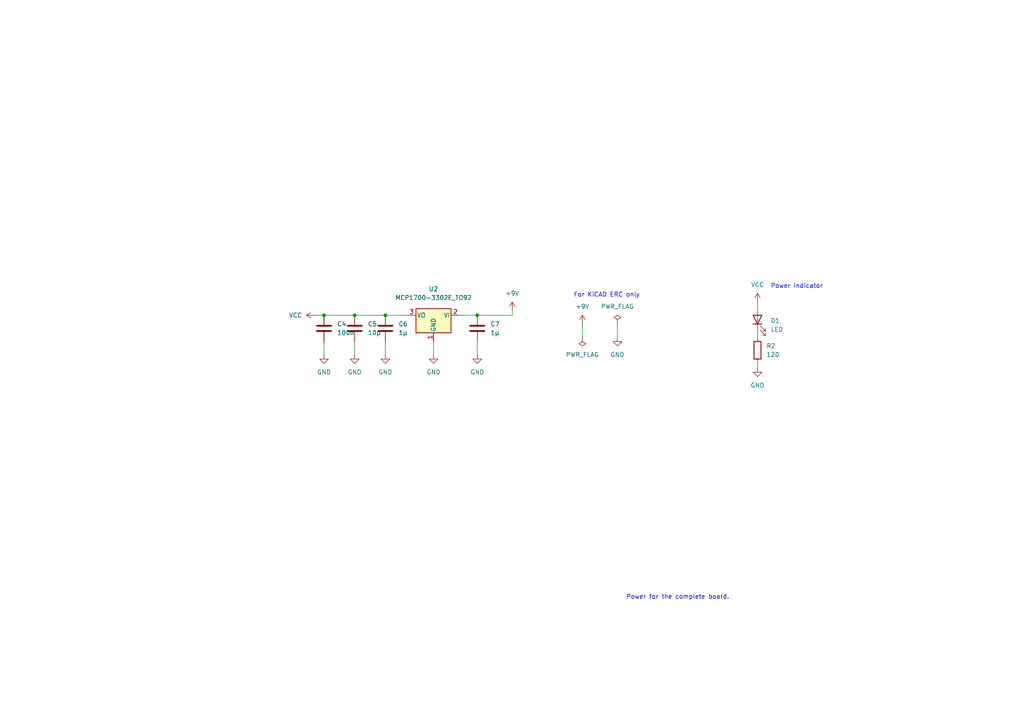
<source format=kicad_sch>
(kicad_sch (version 20211123) (generator eeschema)
  (paper "A4")
  (lib_symbols
    (symbol "Device:C" (pin_numbers hide) (pin_names (offset 0.254))
      (property "Reference" "C" (at 0.635 2.54 0))
      (property "Value" "C" (at 0.635 -2.54 0))
      (symbol "C_0_1"
        (polyline (pts (xy -2.032 -0.762) (xy 2.032 -0.762)) (stroke (width 0.508)))
        (polyline (pts (xy -2.032 0.762) (xy 2.032 0.762)) (stroke (width 0.508)))
      )
      (symbol "C_1_1"
        (pin passive line (at 0 3.81 270) (length 2.794) (name "~") (number "1"))
        (pin passive line (at 0 -3.81 90) (length 2.794) (name "~") (number "2"))
      )
    )
    (symbol "Device:LED" (pin_numbers hide) (pin_names (offset 1.016) hide)
      (property "Reference" "D" (at 0 2.54 0))
      (property "Value" "LED" (at 0 -2.54 0))
      (symbol "LED_0_1"
        (polyline (pts (xy -1.27 -1.27) (xy -1.27 1.27)) (stroke (width 0.254)))
        (polyline (pts (xy -1.27 0) (xy 1.27 0)))
        (polyline (pts (xy 1.27 -1.27) (xy 1.27 1.27) (xy -1.27 0) (xy 1.27 -1.27)) (stroke (width 0.254)))
        (polyline (pts (xy -3.048 -0.762) (xy -4.572 -2.286) (xy -3.81 -2.286) (xy -4.572 -2.286) (xy -4.572 -1.524)))
        (polyline (pts (xy -1.778 -0.762) (xy -3.302 -2.286) (xy -2.54 -2.286) (xy -3.302 -2.286) (xy -3.302 -1.524)))
      )
      (symbol "LED_1_1"
        (pin passive line (at -3.81 0 0) (length 2.54) (name "K") (number "1"))
        (pin passive line (at 3.81 0 180) (length 2.54) (name "A") (number "2"))
      )
    )
    (symbol "Device:R" (pin_numbers hide) (pin_names (offset 0))
      (property "Reference" "R" (at 2.032 0 90))
      (property "Value" "R" (at 0 0 90))
      (symbol "R_0_1"
        (rectangle (start -1.016 -2.54) (end 1.016 2.54) (stroke (width 0.254)))
      )
      (symbol "R_1_1"
        (pin passive line (at 0 3.81 270) (length 1.27) (name "~") (number "1"))
        (pin passive line (at 0 -3.81 90) (length 1.27) (name "~") (number "2"))
      )
    )
    (symbol "Regulator_Linear:MCP1700-3302E_TO92" (pin_names (offset 0.254))
      (property "Reference" "U" (at -3.81 -3.175 0))
      (property "Value" "MCP1700-3302E_TO92" (at 0 -3.175 0))
      (symbol "MCP1700-3302E_TO92_0_1"
        (rectangle (start -5.08 5.08) (end 5.08 -1.905) (stroke (width 0.254)) (fill (type background)))
      )
      (symbol "MCP1700-3302E_TO92_1_1"
        (pin power_in line (at 0 7.62 270) (length 2.54) (name "GND") (number "1"))
        (pin power_in line (at -7.62 0 0) (length 2.54) (name "VI") (number "2"))
        (pin power_out line (at 7.62 0 180) (length 2.54) (name "VO") (number "3"))
      )
    )
    (symbol "power:+9V" (power) (pin_names (offset 0))
      (property "Value" "+9V" (at 0 3.556 0))
      (symbol "+9V_0_1"
        (polyline (pts (xy -0.762 1.27) (xy 0 2.54)))
        (polyline (pts (xy 0 0) (xy 0 2.54)))
        (polyline (pts (xy 0 2.54) (xy 0.762 1.27)))
      )
      (symbol "+9V_1_1"
        (pin power_in line (at 0 0 90) (length 0) hide (name "+9V") (number "1"))
      )
    )
    (symbol "power:GND" (power) (pin_names (offset 0))
      (property "Value" "GND" (at 0 -3.81 0))
      (symbol "GND_0_1"
        (polyline (pts (xy 0 0) (xy 0 -1.27) (xy 1.27 -1.27) (xy 0 -2.54) (xy -1.27 -1.27) (xy 0 -1.27)))
      )
      (symbol "GND_1_1"
        (pin power_in line (at 0 0 270) (length 0) hide (name "GND") (number "1"))
      )
    )
    (symbol "power:PWR_FLAG" (power) (pin_numbers hide) (pin_names (offset 0) hide)
      (property "Value" "PWR_FLAG" (at 0 3.81 0))
      (symbol "PWR_FLAG_0_0"
        (pin power_out line (at 0 0 90) (length 0) (name "pwr") (number "1"))
      )
      (symbol "PWR_FLAG_0_1"
        (polyline (pts (xy 0 0) (xy 0 1.27) (xy -1.016 1.905) (xy 0 2.54) (xy 1.016 1.905) (xy 0 1.27)))
      )
    )
    (symbol "power:VCC" (power) (pin_names (offset 0))
      (property "Value" "VCC" (at 0 3.81 0))
      (symbol "VCC_0_1"
        (polyline (pts (xy -0.762 1.27) (xy 0 2.54)))
        (polyline (pts (xy 0 0) (xy 0 2.54)))
        (polyline (pts (xy 0 2.54) (xy 0.762 1.27)))
      )
      (symbol "VCC_1_1"
        (pin power_in line (at 0 0 90) (length 0) hide (name "VCC") (number "1"))
      )
    )
  )
  (junction (at 138.43 91.44))
  (junction (at 111.76 91.44))
  (junction (at 93.98 91.44))
  (junction (at 102.87 91.44))
  (wire (pts (xy 219.71 96.52) (xy 219.71 97.79)))
  (wire (pts (xy 93.98 91.44) (xy 102.87 91.44)))
  (wire (pts (xy 133.35 91.44) (xy 138.43 91.44)))
  (wire (pts (xy 219.71 105.41) (xy 219.71 106.68)))
  (wire (pts (xy 138.43 99.06) (xy 138.43 102.87)))
  (wire (pts (xy 125.73 99.06) (xy 125.73 102.87)))
  (wire (pts (xy 138.43 91.44) (xy 148.59 91.44)))
  (wire (pts (xy 91.44 91.44) (xy 93.98 91.44)))
  (wire (pts (xy 102.87 99.06) (xy 102.87 102.87)))
  (wire (pts (xy 148.59 91.44) (xy 148.59 90.17)))
  (wire (pts (xy 179.07 93.98) (xy 179.07 97.79)))
  (wire (pts (xy 102.87 91.44) (xy 111.76 91.44)))
  (wire (pts (xy 93.98 99.06) (xy 93.98 102.87)))
  (wire (pts (xy 168.91 93.98) (xy 168.91 97.79)))
  (wire (pts (xy 219.71 87.63) (xy 219.71 88.9)))
  (wire (pts (xy 111.76 99.06) (xy 111.76 102.87)))
  (wire (pts (xy 111.76 91.44) (xy 118.11 91.44)))
  (text "For KiCAD ERC only" (at 166.37 86.36 0) (effects (font (size 1.27 1.27)) (justify left bottom)))
  (text "Power Indicator" (at 223.52 83.82 0) (effects (font (size 1.27 1.27)) (justify left bottom)))
  (text "Power for the complete board." (at 181.61 173.99 0) (effects (font (size 1.27 1.27)) (justify left bottom)))
  (symbol (lib_id "power:GND") (at 219.71 106.68 0) (unit 1)
    (property "Reference" "#PWR022" (effects hide))
    (property "Value" "GND" (at 219.71 111.76 0))
  )
  (symbol (lib_id "power:VCC") (at 219.71 87.63 0) (unit 1)
    (property "Reference" "#PWR019" (effects hide))
    (property "Value" "VCC" (at 219.71 82.55 0))
  )
  (symbol (lib_id "Regulator_Linear:MCP1700-3302E_TO92") (at 125.73 91.44 180) (unit 1)
    (property "Reference" "U2" (at 125.73 83.82 0))
    (property "Value" "MCP1700-3302E_TO92" (at 125.73 86.36 0))
    (property "Footprint" "Package_TO_SOT_THT:TO-92_Inline" (effects hide))
    (property "Datasheet" "http://ww1.microchip.com/downloads/en/DeviceDoc/20001826D.pdf" (effects hide))
  )
  (symbol (lib_id "power:GND") (at 111.76 102.87 0) (unit 1)
    (property "Reference" "#PWR07" (effects hide))
    (property "Value" "GND" (at 111.76 107.95 0))
  )
  (symbol (lib_id "power:GND") (at 179.07 97.79 0) (unit 1)
    (property "Reference" "#PWR018" (effects hide))
    (property "Value" "GND" (at 179.07 102.87 0))
  )
  (symbol (lib_id "power:+9V") (at 148.59 90.17 0) (unit 1)
    (property "Reference" "#PWR016" (effects hide))
    (property "Value" "+9V" (at 148.59 85.09 0))
  )
  (symbol (lib_id "power:GND") (at 138.43 102.87 0) (unit 1)
    (property "Reference" "#PWR09" (effects hide))
    (property "Value" "GND" (at 138.43 107.95 0))
  )
  (symbol (lib_id "Device:C") (at 93.98 95.25 0) (unit 1)
    (property "Reference" "C4" (at 97.79 93.9799 0) (effects (justify left)))
    (property "Value" "100n" (at 97.79 96.5199 0) (effects (justify left)))
    (property "Footprint" "Capacitor_SMD:C_1206_3216Metric_Pad1.33x1.80mm_HandSolder" (effects hide))
  )
  (symbol (lib_id "Device:C") (at 111.76 95.25 0) (unit 1)
    (property "Reference" "C6" (at 115.57 93.9799 0) (effects (justify left)))
    (property "Value" "1µ" (at 115.57 96.5199 0) (effects (justify left)))
    (property "Footprint" "Capacitor_SMD:C_1206_3216Metric_Pad1.33x1.80mm_HandSolder" (effects hide))
  )
  (symbol (lib_id "Device:C") (at 138.43 95.25 0) (unit 1)
    (property "Reference" "C7" (at 142.24 93.9799 0) (effects (justify left)))
    (property "Value" "1µ" (at 142.24 96.5199 0) (effects (justify left)))
    (property "Footprint" "Capacitor_SMD:C_1206_3216Metric_Pad1.33x1.80mm_HandSolder" (effects hide))
  )
  (symbol (lib_id "power:+9V") (at 168.91 93.98 0) (unit 1)
    (property "Reference" "#PWR017" (effects hide))
    (property "Value" "+9V" (at 168.91 88.9 0))
  )
  (symbol (lib_id "power:PWR_FLAG") (at 179.07 93.98 0) (unit 1)
    (property "Reference" "#FLG02" (effects hide))
    (property "Value" "PWR_FLAG" (at 179.07 88.9 0))
  )
  (symbol (lib_id "power:GND") (at 102.87 102.87 0) (unit 1)
    (property "Reference" "#PWR06" (effects hide))
    (property "Value" "GND" (at 102.87 107.95 0))
  )
  (symbol (lib_id "power:VCC") (at 91.44 91.44 90) (unit 1)
    (property "Reference" "#PWR04" (effects hide))
    (property "Value" "VCC" (at 87.63 91.4399 90) (effects (justify left)))
  )
  (symbol (lib_id "Device:R") (at 219.71 101.6 0) (unit 1)
    (property "Reference" "R2" (at 222.25 100.3299 0) (effects (justify left)))
    (property "Value" "120" (at 222.25 102.8699 0) (effects (justify left)))
    (property "Footprint" "Resistor_SMD:R_1206_3216Metric_Pad1.30x1.75mm_HandSolder" (effects hide))
  )
  (symbol (lib_id "power:GND") (at 125.73 102.87 0) (unit 1)
    (property "Reference" "#PWR08" (effects hide))
    (property "Value" "GND" (at 125.73 107.95 0))
  )
  (symbol (lib_id "power:GND") (at 93.98 102.87 0) (unit 1)
    (property "Reference" "#PWR05" (effects hide))
    (property "Value" "GND" (at 93.98 107.95 0))
  )
  (symbol (lib_id "Device:C") (at 102.87 95.25 0) (unit 1)
    (property "Reference" "C5" (at 106.68 93.9799 0) (effects (justify left)))
    (property "Value" "10µ" (at 106.68 96.5199 0) (effects (justify left)))
    (property "Footprint" "Capacitor_SMD:C_1206_3216Metric_Pad1.33x1.80mm_HandSolder" (effects hide))
  )
  (symbol (lib_id "power:PWR_FLAG") (at 168.91 97.79 180) (unit 1)
    (property "Reference" "#FLG01" (effects hide))
    (property "Value" "PWR_FLAG" (at 168.91 102.87 0))
  )
  (symbol (lib_id "Device:LED") (at 219.71 92.71 90) (unit 1)
    (property "Reference" "D1" (at 223.52 93.0274 90) (effects (justify right)))
    (property "Value" "LED" (at 223.52 95.5674 90) (effects (justify right)))
    (property "Footprint" "LED_SMD:LED_1206_3216Metric_Pad1.42x1.75mm_HandSolder" (effects hide))
  )
)
</source>
